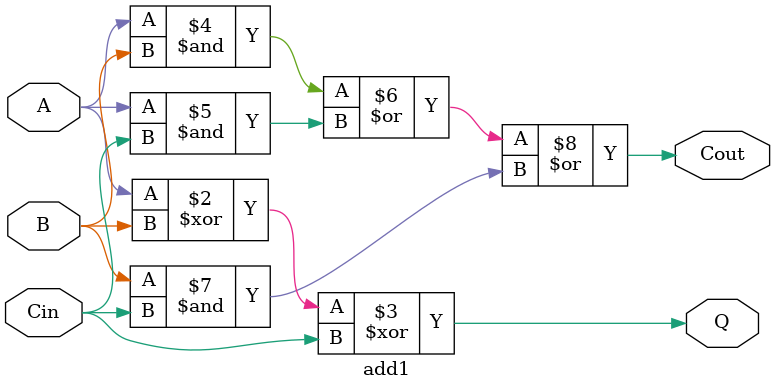
<source format=v>


/*
 * Generate a combinational adder of any width. The width parameter can
 * be any integer value >0. The A and B inputs have WID bits, and the Q
 * output has WID+1 bits to include the overflow.
 */
module addN
  #(parameter WID = 4)
   (input wire [WID-1:0] A,
    input wire [WID-1:0] B,
    output wire [WID:0]  Q
    /* */);

   wire [WID-1:0]	Cout;

   /* The least significant slice has no Cin */
   add1 U0 (.A(A[0]), .B(B[0]), .Cin(1'b0), .Q(Q[0]), .Cout(Cout[0]));

   /* Generate all the remaining slices */
   genvar i;
   for (i = 1 ; i < WID ; i = i+1) begin : U
      add1 Un (.A(A[i]), .B(B[i]), .Cin(Cout[i-1]), .Q(Q[i]), .Cout(Cout[i]));
   end

   assign Q[WID] = Cout[WID-1];

endmodule // add

/*
 * This is a single-bit combinational adder used by the addH module
 * above.
 */
module add1(input A, input B, input Cin, output reg Q, output reg Cout);

   always @* begin
      Q = A ^ B ^ Cin;
      Cout = A&B | A&Cin | B&Cin;
   end

endmodule // hadd

</source>
